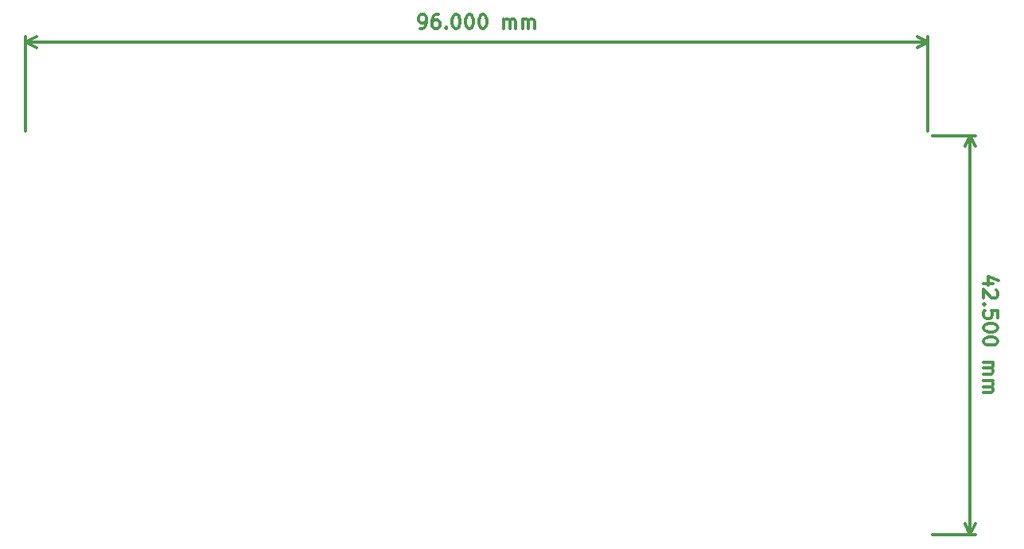
<source format=gbr>
G04 #@! TF.GenerationSoftware,KiCad,Pcbnew,(5.0.0)*
G04 #@! TF.CreationDate,2018-07-31T12:07:49+01:00*
G04 #@! TF.ProjectId,blanking,626C616E6B696E672E6B696361645F70,rev?*
G04 #@! TF.SameCoordinates,Original*
G04 #@! TF.FileFunction,Other,ECO2*
%FSLAX46Y46*%
G04 Gerber Fmt 4.6, Leading zero omitted, Abs format (unit mm)*
G04 Created by KiCad (PCBNEW (5.0.0)) date 07/31/18 12:07:49*
%MOMM*%
%LPD*%
G01*
G04 APERTURE LIST*
%ADD10C,0.300000*%
G04 APERTURE END LIST*
D10*
X276371428Y-56525000D02*
X275371428Y-56525000D01*
X276942857Y-56167857D02*
X275871428Y-55810714D01*
X275871428Y-56739285D01*
X276728571Y-57239285D02*
X276800000Y-57310714D01*
X276871428Y-57453571D01*
X276871428Y-57810714D01*
X276800000Y-57953571D01*
X276728571Y-58025000D01*
X276585714Y-58096428D01*
X276442857Y-58096428D01*
X276228571Y-58025000D01*
X275371428Y-57167857D01*
X275371428Y-58096428D01*
X275514285Y-58739285D02*
X275442857Y-58810714D01*
X275371428Y-58739285D01*
X275442857Y-58667857D01*
X275514285Y-58739285D01*
X275371428Y-58739285D01*
X276871428Y-60167857D02*
X276871428Y-59453571D01*
X276157142Y-59382142D01*
X276228571Y-59453571D01*
X276300000Y-59596428D01*
X276300000Y-59953571D01*
X276228571Y-60096428D01*
X276157142Y-60167857D01*
X276014285Y-60239285D01*
X275657142Y-60239285D01*
X275514285Y-60167857D01*
X275442857Y-60096428D01*
X275371428Y-59953571D01*
X275371428Y-59596428D01*
X275442857Y-59453571D01*
X275514285Y-59382142D01*
X276871428Y-61167857D02*
X276871428Y-61310714D01*
X276800000Y-61453571D01*
X276728571Y-61525000D01*
X276585714Y-61596428D01*
X276300000Y-61667857D01*
X275942857Y-61667857D01*
X275657142Y-61596428D01*
X275514285Y-61525000D01*
X275442857Y-61453571D01*
X275371428Y-61310714D01*
X275371428Y-61167857D01*
X275442857Y-61025000D01*
X275514285Y-60953571D01*
X275657142Y-60882142D01*
X275942857Y-60810714D01*
X276300000Y-60810714D01*
X276585714Y-60882142D01*
X276728571Y-60953571D01*
X276800000Y-61025000D01*
X276871428Y-61167857D01*
X276871428Y-62596428D02*
X276871428Y-62739285D01*
X276800000Y-62882142D01*
X276728571Y-62953571D01*
X276585714Y-63025000D01*
X276300000Y-63096428D01*
X275942857Y-63096428D01*
X275657142Y-63025000D01*
X275514285Y-62953571D01*
X275442857Y-62882142D01*
X275371428Y-62739285D01*
X275371428Y-62596428D01*
X275442857Y-62453571D01*
X275514285Y-62382142D01*
X275657142Y-62310714D01*
X275942857Y-62239285D01*
X276300000Y-62239285D01*
X276585714Y-62310714D01*
X276728571Y-62382142D01*
X276800000Y-62453571D01*
X276871428Y-62596428D01*
X275371428Y-64882142D02*
X276371428Y-64882142D01*
X276228571Y-64882142D02*
X276300000Y-64953571D01*
X276371428Y-65096428D01*
X276371428Y-65310714D01*
X276300000Y-65453571D01*
X276157142Y-65525000D01*
X275371428Y-65525000D01*
X276157142Y-65525000D02*
X276300000Y-65596428D01*
X276371428Y-65739285D01*
X276371428Y-65953571D01*
X276300000Y-66096428D01*
X276157142Y-66167857D01*
X275371428Y-66167857D01*
X275371428Y-66882142D02*
X276371428Y-66882142D01*
X276228571Y-66882142D02*
X276300000Y-66953571D01*
X276371428Y-67096428D01*
X276371428Y-67310714D01*
X276300000Y-67453571D01*
X276157142Y-67525000D01*
X275371428Y-67525000D01*
X276157142Y-67525000D02*
X276300000Y-67596428D01*
X276371428Y-67739285D01*
X276371428Y-67953571D01*
X276300000Y-68096428D01*
X276157142Y-68167857D01*
X275371428Y-68167857D01*
X273950000Y-40775000D02*
X273950000Y-83275000D01*
X269950000Y-40775000D02*
X274536421Y-40775000D01*
X269950000Y-83275000D02*
X274536421Y-83275000D01*
X273950000Y-83275000D02*
X273363579Y-82148496D01*
X273950000Y-83275000D02*
X274536421Y-82148496D01*
X273950000Y-40775000D02*
X273363579Y-41901504D01*
X273950000Y-40775000D02*
X274536421Y-41901504D01*
X215378571Y-29353571D02*
X215664285Y-29353571D01*
X215807142Y-29282142D01*
X215878571Y-29210714D01*
X216021428Y-28996428D01*
X216092857Y-28710714D01*
X216092857Y-28139285D01*
X216021428Y-27996428D01*
X215950000Y-27925000D01*
X215807142Y-27853571D01*
X215521428Y-27853571D01*
X215378571Y-27925000D01*
X215307142Y-27996428D01*
X215235714Y-28139285D01*
X215235714Y-28496428D01*
X215307142Y-28639285D01*
X215378571Y-28710714D01*
X215521428Y-28782142D01*
X215807142Y-28782142D01*
X215950000Y-28710714D01*
X216021428Y-28639285D01*
X216092857Y-28496428D01*
X217378571Y-27853571D02*
X217092857Y-27853571D01*
X216950000Y-27925000D01*
X216878571Y-27996428D01*
X216735714Y-28210714D01*
X216664285Y-28496428D01*
X216664285Y-29067857D01*
X216735714Y-29210714D01*
X216807142Y-29282142D01*
X216950000Y-29353571D01*
X217235714Y-29353571D01*
X217378571Y-29282142D01*
X217450000Y-29210714D01*
X217521428Y-29067857D01*
X217521428Y-28710714D01*
X217450000Y-28567857D01*
X217378571Y-28496428D01*
X217235714Y-28425000D01*
X216950000Y-28425000D01*
X216807142Y-28496428D01*
X216735714Y-28567857D01*
X216664285Y-28710714D01*
X218164285Y-29210714D02*
X218235714Y-29282142D01*
X218164285Y-29353571D01*
X218092857Y-29282142D01*
X218164285Y-29210714D01*
X218164285Y-29353571D01*
X219164285Y-27853571D02*
X219307142Y-27853571D01*
X219450000Y-27925000D01*
X219521428Y-27996428D01*
X219592857Y-28139285D01*
X219664285Y-28425000D01*
X219664285Y-28782142D01*
X219592857Y-29067857D01*
X219521428Y-29210714D01*
X219450000Y-29282142D01*
X219307142Y-29353571D01*
X219164285Y-29353571D01*
X219021428Y-29282142D01*
X218950000Y-29210714D01*
X218878571Y-29067857D01*
X218807142Y-28782142D01*
X218807142Y-28425000D01*
X218878571Y-28139285D01*
X218950000Y-27996428D01*
X219021428Y-27925000D01*
X219164285Y-27853571D01*
X220592857Y-27853571D02*
X220735714Y-27853571D01*
X220878571Y-27925000D01*
X220950000Y-27996428D01*
X221021428Y-28139285D01*
X221092857Y-28425000D01*
X221092857Y-28782142D01*
X221021428Y-29067857D01*
X220950000Y-29210714D01*
X220878571Y-29282142D01*
X220735714Y-29353571D01*
X220592857Y-29353571D01*
X220450000Y-29282142D01*
X220378571Y-29210714D01*
X220307142Y-29067857D01*
X220235714Y-28782142D01*
X220235714Y-28425000D01*
X220307142Y-28139285D01*
X220378571Y-27996428D01*
X220450000Y-27925000D01*
X220592857Y-27853571D01*
X222021428Y-27853571D02*
X222164285Y-27853571D01*
X222307142Y-27925000D01*
X222378571Y-27996428D01*
X222450000Y-28139285D01*
X222521428Y-28425000D01*
X222521428Y-28782142D01*
X222450000Y-29067857D01*
X222378571Y-29210714D01*
X222307142Y-29282142D01*
X222164285Y-29353571D01*
X222021428Y-29353571D01*
X221878571Y-29282142D01*
X221807142Y-29210714D01*
X221735714Y-29067857D01*
X221664285Y-28782142D01*
X221664285Y-28425000D01*
X221735714Y-28139285D01*
X221807142Y-27996428D01*
X221878571Y-27925000D01*
X222021428Y-27853571D01*
X224307142Y-29353571D02*
X224307142Y-28353571D01*
X224307142Y-28496428D02*
X224378571Y-28425000D01*
X224521428Y-28353571D01*
X224735714Y-28353571D01*
X224878571Y-28425000D01*
X224950000Y-28567857D01*
X224950000Y-29353571D01*
X224950000Y-28567857D02*
X225021428Y-28425000D01*
X225164285Y-28353571D01*
X225378571Y-28353571D01*
X225521428Y-28425000D01*
X225592857Y-28567857D01*
X225592857Y-29353571D01*
X226307142Y-29353571D02*
X226307142Y-28353571D01*
X226307142Y-28496428D02*
X226378571Y-28425000D01*
X226521428Y-28353571D01*
X226735714Y-28353571D01*
X226878571Y-28425000D01*
X226950000Y-28567857D01*
X226950000Y-29353571D01*
X226950000Y-28567857D02*
X227021428Y-28425000D01*
X227164285Y-28353571D01*
X227378571Y-28353571D01*
X227521428Y-28425000D01*
X227592857Y-28567857D01*
X227592857Y-29353571D01*
X173450000Y-30775000D02*
X269450000Y-30775000D01*
X173450000Y-40275000D02*
X173450000Y-30188579D01*
X269450000Y-40275000D02*
X269450000Y-30188579D01*
X269450000Y-30775000D02*
X268323496Y-31361421D01*
X269450000Y-30775000D02*
X268323496Y-30188579D01*
X173450000Y-30775000D02*
X174576504Y-31361421D01*
X173450000Y-30775000D02*
X174576504Y-30188579D01*
M02*

</source>
